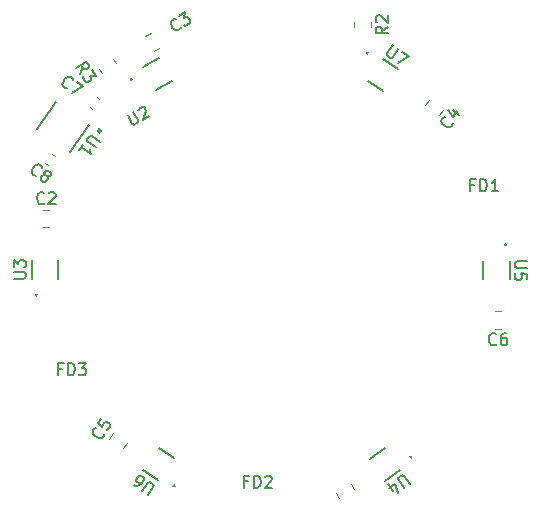
<source format=gbr>
%TF.GenerationSoftware,KiCad,Pcbnew,7.0.10*%
%TF.CreationDate,2024-04-18T21:21:43-07:00*%
%TF.ProjectId,Thermistor Ring,54686572-6d69-4737-946f-722052696e67,rev?*%
%TF.SameCoordinates,Original*%
%TF.FileFunction,Legend,Top*%
%TF.FilePolarity,Positive*%
%FSLAX46Y46*%
G04 Gerber Fmt 4.6, Leading zero omitted, Abs format (unit mm)*
G04 Created by KiCad (PCBNEW 7.0.10) date 2024-04-18 21:21:43*
%MOMM*%
%LPD*%
G01*
G04 APERTURE LIST*
%ADD10C,0.150000*%
%ADD11C,0.120000*%
%ADD12C,0.152400*%
%ADD13C,0.250000*%
G04 APERTURE END LIST*
D10*
X61159869Y-69816317D02*
X61171563Y-69882637D01*
X61171563Y-69882637D02*
X61128631Y-70026972D01*
X61128631Y-70026972D02*
X61074005Y-70104986D01*
X61074005Y-70104986D02*
X60953058Y-70194695D01*
X60953058Y-70194695D02*
X60820417Y-70218083D01*
X60820417Y-70218083D02*
X60715089Y-70202464D01*
X60715089Y-70202464D02*
X60531747Y-70132219D01*
X60531747Y-70132219D02*
X60414726Y-70050279D01*
X60414726Y-70050279D02*
X60286010Y-69902019D01*
X60286010Y-69902019D02*
X60235309Y-69808386D01*
X60235309Y-69808386D02*
X60211920Y-69675745D01*
X60211920Y-69675745D02*
X60254853Y-69531410D01*
X60254853Y-69531410D02*
X60309479Y-69453395D01*
X60309479Y-69453395D02*
X60430426Y-69363687D01*
X60430426Y-69363687D02*
X60496746Y-69351993D01*
X60937682Y-68556229D02*
X60664550Y-68946301D01*
X60664550Y-68946301D02*
X61027309Y-69258440D01*
X61027309Y-69258440D02*
X61015615Y-69192120D01*
X61015615Y-69192120D02*
X61031234Y-69086792D01*
X61031234Y-69086792D02*
X61167800Y-68891756D01*
X61167800Y-68891756D02*
X61261434Y-68841055D01*
X61261434Y-68841055D02*
X61327754Y-68829361D01*
X61327754Y-68829361D02*
X61433082Y-68844980D01*
X61433082Y-68844980D02*
X61628118Y-68981545D01*
X61628118Y-68981545D02*
X61678819Y-69075179D01*
X61678819Y-69075179D02*
X61690513Y-69141499D01*
X61690513Y-69141499D02*
X61674894Y-69246827D01*
X61674894Y-69246827D02*
X61538328Y-69441863D01*
X61538328Y-69441863D02*
X61444695Y-69492565D01*
X61444695Y-69492565D02*
X61378374Y-69504259D01*
X94356720Y-62229313D02*
X94309101Y-62276933D01*
X94309101Y-62276933D02*
X94166244Y-62324552D01*
X94166244Y-62324552D02*
X94071006Y-62324552D01*
X94071006Y-62324552D02*
X93928149Y-62276933D01*
X93928149Y-62276933D02*
X93832911Y-62181694D01*
X93832911Y-62181694D02*
X93785292Y-62086456D01*
X93785292Y-62086456D02*
X93737673Y-61895980D01*
X93737673Y-61895980D02*
X93737673Y-61753123D01*
X93737673Y-61753123D02*
X93785292Y-61562647D01*
X93785292Y-61562647D02*
X93832911Y-61467409D01*
X93832911Y-61467409D02*
X93928149Y-61372171D01*
X93928149Y-61372171D02*
X94071006Y-61324552D01*
X94071006Y-61324552D02*
X94166244Y-61324552D01*
X94166244Y-61324552D02*
X94309101Y-61372171D01*
X94309101Y-61372171D02*
X94356720Y-61419790D01*
X95213863Y-61324552D02*
X95023387Y-61324552D01*
X95023387Y-61324552D02*
X94928149Y-61372171D01*
X94928149Y-61372171D02*
X94880530Y-61419790D01*
X94880530Y-61419790D02*
X94785292Y-61562647D01*
X94785292Y-61562647D02*
X94737673Y-61753123D01*
X94737673Y-61753123D02*
X94737673Y-62134075D01*
X94737673Y-62134075D02*
X94785292Y-62229313D01*
X94785292Y-62229313D02*
X94832911Y-62276933D01*
X94832911Y-62276933D02*
X94928149Y-62324552D01*
X94928149Y-62324552D02*
X95118625Y-62324552D01*
X95118625Y-62324552D02*
X95213863Y-62276933D01*
X95213863Y-62276933D02*
X95261482Y-62229313D01*
X95261482Y-62229313D02*
X95309101Y-62134075D01*
X95309101Y-62134075D02*
X95309101Y-61895980D01*
X95309101Y-61895980D02*
X95261482Y-61800742D01*
X95261482Y-61800742D02*
X95213863Y-61753123D01*
X95213863Y-61753123D02*
X95118625Y-61705504D01*
X95118625Y-61705504D02*
X94928149Y-61705504D01*
X94928149Y-61705504D02*
X94832911Y-61753123D01*
X94832911Y-61753123D02*
X94785292Y-61800742D01*
X94785292Y-61800742D02*
X94737673Y-61895980D01*
X90672597Y-43481911D02*
X90684291Y-43548231D01*
X90684291Y-43548231D02*
X90641359Y-43692566D01*
X90641359Y-43692566D02*
X90586733Y-43770580D01*
X90586733Y-43770580D02*
X90465786Y-43860289D01*
X90465786Y-43860289D02*
X90333145Y-43883677D01*
X90333145Y-43883677D02*
X90227817Y-43868058D01*
X90227817Y-43868058D02*
X90044475Y-43797813D01*
X90044475Y-43797813D02*
X89927454Y-43715873D01*
X89927454Y-43715873D02*
X89798738Y-43567613D01*
X89798738Y-43567613D02*
X89748037Y-43473980D01*
X89748037Y-43473980D02*
X89724648Y-43341339D01*
X89724648Y-43341339D02*
X89767581Y-43197004D01*
X89767581Y-43197004D02*
X89822207Y-43118989D01*
X89822207Y-43118989D02*
X89943154Y-43029281D01*
X89943154Y-43029281D02*
X90009474Y-43017587D01*
X90696147Y-42452022D02*
X91242249Y-42834407D01*
X90247523Y-42428553D02*
X90696066Y-43033287D01*
X90696066Y-43033287D02*
X91051137Y-42526193D01*
X56103227Y-50289565D02*
X56055608Y-50337185D01*
X56055608Y-50337185D02*
X55912751Y-50384804D01*
X55912751Y-50384804D02*
X55817513Y-50384804D01*
X55817513Y-50384804D02*
X55674656Y-50337185D01*
X55674656Y-50337185D02*
X55579418Y-50241946D01*
X55579418Y-50241946D02*
X55531799Y-50146708D01*
X55531799Y-50146708D02*
X55484180Y-49956232D01*
X55484180Y-49956232D02*
X55484180Y-49813375D01*
X55484180Y-49813375D02*
X55531799Y-49622899D01*
X55531799Y-49622899D02*
X55579418Y-49527661D01*
X55579418Y-49527661D02*
X55674656Y-49432423D01*
X55674656Y-49432423D02*
X55817513Y-49384804D01*
X55817513Y-49384804D02*
X55912751Y-49384804D01*
X55912751Y-49384804D02*
X56055608Y-49432423D01*
X56055608Y-49432423D02*
X56103227Y-49480042D01*
X56484180Y-49480042D02*
X56531799Y-49432423D01*
X56531799Y-49432423D02*
X56627037Y-49384804D01*
X56627037Y-49384804D02*
X56865132Y-49384804D01*
X56865132Y-49384804D02*
X56960370Y-49432423D01*
X56960370Y-49432423D02*
X57007989Y-49480042D01*
X57007989Y-49480042D02*
X57055608Y-49575280D01*
X57055608Y-49575280D02*
X57055608Y-49670518D01*
X57055608Y-49670518D02*
X57007989Y-49813375D01*
X57007989Y-49813375D02*
X56436561Y-50384804D01*
X56436561Y-50384804D02*
X57055608Y-50384804D01*
X67658563Y-35414084D02*
X67641133Y-35479133D01*
X67641133Y-35479133D02*
X67541225Y-35591801D01*
X67541225Y-35591801D02*
X67458746Y-35639420D01*
X67458746Y-35639420D02*
X67311219Y-35669609D01*
X67311219Y-35669609D02*
X67181121Y-35634749D01*
X67181121Y-35634749D02*
X67092263Y-35576080D01*
X67092263Y-35576080D02*
X66955785Y-35434933D01*
X66955785Y-35434933D02*
X66884357Y-35311215D01*
X66884357Y-35311215D02*
X66830358Y-35122448D01*
X66830358Y-35122448D02*
X66823978Y-35016160D01*
X66823978Y-35016160D02*
X66858838Y-34886062D01*
X66858838Y-34886062D02*
X66958746Y-34773394D01*
X66958746Y-34773394D02*
X67041225Y-34725775D01*
X67041225Y-34725775D02*
X67188752Y-34695586D01*
X67188752Y-34695586D02*
X67253801Y-34713016D01*
X67494857Y-34463870D02*
X68030968Y-34154347D01*
X68030968Y-34154347D02*
X67932769Y-34650928D01*
X67932769Y-34650928D02*
X68056487Y-34579499D01*
X68056487Y-34579499D02*
X68162775Y-34573119D01*
X68162775Y-34573119D02*
X68227824Y-34590549D01*
X68227824Y-34590549D02*
X68316682Y-34649218D01*
X68316682Y-34649218D02*
X68435730Y-34855415D01*
X68435730Y-34855415D02*
X68442110Y-34961703D01*
X68442110Y-34961703D02*
X68424680Y-35026752D01*
X68424680Y-35026752D02*
X68366011Y-35115610D01*
X68366011Y-35115610D02*
X68118575Y-35258467D01*
X68118575Y-35258467D02*
X68012287Y-35264847D01*
X68012287Y-35264847D02*
X67947238Y-35247417D01*
X85624177Y-36943221D02*
X85159853Y-37606344D01*
X85159853Y-37606344D02*
X85144234Y-37711672D01*
X85144234Y-37711672D02*
X85155928Y-37777992D01*
X85155928Y-37777992D02*
X85206629Y-37871625D01*
X85206629Y-37871625D02*
X85362658Y-37980878D01*
X85362658Y-37980878D02*
X85467986Y-37996497D01*
X85467986Y-37996497D02*
X85534306Y-37984803D01*
X85534306Y-37984803D02*
X85627940Y-37934102D01*
X85627940Y-37934102D02*
X86092263Y-37270979D01*
X86404321Y-37489484D02*
X86950423Y-37871868D01*
X86950423Y-37871868D02*
X86025781Y-38445202D01*
X64870730Y-74994070D02*
X65335054Y-74330947D01*
X65335054Y-74330947D02*
X65350673Y-74225619D01*
X65350673Y-74225619D02*
X65338979Y-74159299D01*
X65338979Y-74159299D02*
X65288278Y-74065666D01*
X65288278Y-74065666D02*
X65132249Y-73956413D01*
X65132249Y-73956413D02*
X65026921Y-73940794D01*
X65026921Y-73940794D02*
X64960601Y-73952488D01*
X64960601Y-73952488D02*
X64866967Y-74003189D01*
X64866967Y-74003189D02*
X64402644Y-74666312D01*
X63661506Y-74147362D02*
X63817535Y-74256615D01*
X63817535Y-74256615D02*
X63922863Y-74272234D01*
X63922863Y-74272234D02*
X63989183Y-74260540D01*
X63989183Y-74260540D02*
X64149137Y-74198144D01*
X64149137Y-74198144D02*
X64297397Y-74069429D01*
X64297397Y-74069429D02*
X64515902Y-73757371D01*
X64515902Y-73757371D02*
X64531521Y-73652043D01*
X64531521Y-73652043D02*
X64519827Y-73585723D01*
X64519827Y-73585723D02*
X64469126Y-73492089D01*
X64469126Y-73492089D02*
X64313097Y-73382836D01*
X64313097Y-73382836D02*
X64207769Y-73367217D01*
X64207769Y-73367217D02*
X64141449Y-73378911D01*
X64141449Y-73378911D02*
X64047815Y-73429613D01*
X64047815Y-73429613D02*
X63911249Y-73624649D01*
X63911249Y-73624649D02*
X63895630Y-73729977D01*
X63895630Y-73729977D02*
X63907324Y-73796297D01*
X63907324Y-73796297D02*
X63958026Y-73889931D01*
X63958026Y-73889931D02*
X64114055Y-73999183D01*
X64114055Y-73999183D02*
X64219382Y-74014802D01*
X64219382Y-74014802D02*
X64285703Y-74003108D01*
X64285703Y-74003108D02*
X64379336Y-73952407D01*
X63149292Y-42869113D02*
X63554054Y-43570182D01*
X63554054Y-43570182D02*
X63642912Y-43628851D01*
X63642912Y-43628851D02*
X63707961Y-43646280D01*
X63707961Y-43646280D02*
X63814249Y-43639901D01*
X63814249Y-43639901D02*
X63979207Y-43544663D01*
X63979207Y-43544663D02*
X64037876Y-43455804D01*
X64037876Y-43455804D02*
X64055305Y-43390755D01*
X64055305Y-43390755D02*
X64048926Y-43284467D01*
X64048926Y-43284467D02*
X63644164Y-42583399D01*
X64062937Y-42451592D02*
X64080366Y-42386543D01*
X64080366Y-42386543D02*
X64139035Y-42297685D01*
X64139035Y-42297685D02*
X64345232Y-42178637D01*
X64345232Y-42178637D02*
X64451520Y-42172257D01*
X64451520Y-42172257D02*
X64516569Y-42189687D01*
X64516569Y-42189687D02*
X64605427Y-42248356D01*
X64605427Y-42248356D02*
X64653046Y-42330835D01*
X64653046Y-42330835D02*
X64683236Y-42478362D01*
X64683236Y-42478362D02*
X64474078Y-43258948D01*
X64474078Y-43258948D02*
X65010189Y-42949424D01*
X96934821Y-55215958D02*
X96125298Y-55215958D01*
X96125298Y-55215958D02*
X96030060Y-55263577D01*
X96030060Y-55263577D02*
X95982441Y-55311196D01*
X95982441Y-55311196D02*
X95934821Y-55406434D01*
X95934821Y-55406434D02*
X95934821Y-55596910D01*
X95934821Y-55596910D02*
X95982441Y-55692148D01*
X95982441Y-55692148D02*
X96030060Y-55739767D01*
X96030060Y-55739767D02*
X96125298Y-55787386D01*
X96125298Y-55787386D02*
X96934821Y-55787386D01*
X96934821Y-56739767D02*
X96934821Y-56263577D01*
X96934821Y-56263577D02*
X96458631Y-56215958D01*
X96458631Y-56215958D02*
X96506250Y-56263577D01*
X96506250Y-56263577D02*
X96553869Y-56358815D01*
X96553869Y-56358815D02*
X96553869Y-56596910D01*
X96553869Y-56596910D02*
X96506250Y-56692148D01*
X96506250Y-56692148D02*
X96458631Y-56739767D01*
X96458631Y-56739767D02*
X96363393Y-56787386D01*
X96363393Y-56787386D02*
X96125298Y-56787386D01*
X96125298Y-56787386D02*
X96030060Y-56739767D01*
X96030060Y-56739767D02*
X95982441Y-56692148D01*
X95982441Y-56692148D02*
X95934821Y-56596910D01*
X95934821Y-56596910D02*
X95934821Y-56358815D01*
X95934821Y-56358815D02*
X95982441Y-56263577D01*
X95982441Y-56263577D02*
X96030060Y-56215958D01*
X53517460Y-56692984D02*
X54326983Y-56692984D01*
X54326983Y-56692984D02*
X54422221Y-56645365D01*
X54422221Y-56645365D02*
X54469841Y-56597746D01*
X54469841Y-56597746D02*
X54517460Y-56502508D01*
X54517460Y-56502508D02*
X54517460Y-56312032D01*
X54517460Y-56312032D02*
X54469841Y-56216794D01*
X54469841Y-56216794D02*
X54422221Y-56169175D01*
X54422221Y-56169175D02*
X54326983Y-56121556D01*
X54326983Y-56121556D02*
X53517460Y-56121556D01*
X53517460Y-55740603D02*
X53517460Y-55121556D01*
X53517460Y-55121556D02*
X53898412Y-55454889D01*
X53898412Y-55454889D02*
X53898412Y-55312032D01*
X53898412Y-55312032D02*
X53946031Y-55216794D01*
X53946031Y-55216794D02*
X53993650Y-55169175D01*
X53993650Y-55169175D02*
X54088888Y-55121556D01*
X54088888Y-55121556D02*
X54326983Y-55121556D01*
X54326983Y-55121556D02*
X54422221Y-55169175D01*
X54422221Y-55169175D02*
X54469841Y-55216794D01*
X54469841Y-55216794D02*
X54517460Y-55312032D01*
X54517460Y-55312032D02*
X54517460Y-55597746D01*
X54517460Y-55597746D02*
X54469841Y-55692984D01*
X54469841Y-55692984D02*
X54422221Y-55740603D01*
X87024804Y-74076961D02*
X86560481Y-73413838D01*
X86560481Y-73413838D02*
X86466847Y-73363137D01*
X86466847Y-73363137D02*
X86400527Y-73351442D01*
X86400527Y-73351442D02*
X86295199Y-73367062D01*
X86295199Y-73367062D02*
X86139170Y-73476314D01*
X86139170Y-73476314D02*
X86088469Y-73569948D01*
X86088469Y-73569948D02*
X86076775Y-73636268D01*
X86076775Y-73636268D02*
X86092394Y-73741596D01*
X86092394Y-73741596D02*
X86556717Y-74404719D01*
X85624388Y-74650618D02*
X85242003Y-74104517D01*
X86037929Y-74826110D02*
X85823268Y-74104436D01*
X85823268Y-74104436D02*
X85316174Y-74459507D01*
X92490672Y-48756867D02*
X92157339Y-48756867D01*
X92157339Y-49280677D02*
X92157339Y-48280677D01*
X92157339Y-48280677D02*
X92633529Y-48280677D01*
X93014482Y-49280677D02*
X93014482Y-48280677D01*
X93014482Y-48280677D02*
X93252577Y-48280677D01*
X93252577Y-48280677D02*
X93395434Y-48328296D01*
X93395434Y-48328296D02*
X93490672Y-48423534D01*
X93490672Y-48423534D02*
X93538291Y-48518772D01*
X93538291Y-48518772D02*
X93585910Y-48709248D01*
X93585910Y-48709248D02*
X93585910Y-48852105D01*
X93585910Y-48852105D02*
X93538291Y-49042581D01*
X93538291Y-49042581D02*
X93490672Y-49137819D01*
X93490672Y-49137819D02*
X93395434Y-49233058D01*
X93395434Y-49233058D02*
X93252577Y-49280677D01*
X93252577Y-49280677D02*
X93014482Y-49280677D01*
X94538291Y-49280677D02*
X93966863Y-49280677D01*
X94252577Y-49280677D02*
X94252577Y-48280677D01*
X94252577Y-48280677D02*
X94157339Y-48423534D01*
X94157339Y-48423534D02*
X94062101Y-48518772D01*
X94062101Y-48518772D02*
X93966863Y-48566391D01*
X55440018Y-47976895D02*
X55373698Y-47988589D01*
X55373698Y-47988589D02*
X55229363Y-47945657D01*
X55229363Y-47945657D02*
X55151349Y-47891031D01*
X55151349Y-47891031D02*
X55061640Y-47770084D01*
X55061640Y-47770084D02*
X55038252Y-47637443D01*
X55038252Y-47637443D02*
X55053871Y-47532115D01*
X55053871Y-47532115D02*
X55124116Y-47348773D01*
X55124116Y-47348773D02*
X55206056Y-47231752D01*
X55206056Y-47231752D02*
X55354316Y-47103036D01*
X55354316Y-47103036D02*
X55447949Y-47052335D01*
X55447949Y-47052335D02*
X55580590Y-47028946D01*
X55580590Y-47028946D02*
X55724925Y-47071879D01*
X55724925Y-47071879D02*
X55802940Y-47126505D01*
X55802940Y-47126505D02*
X55892648Y-47247452D01*
X55892648Y-47247452D02*
X55904342Y-47313772D01*
X56181237Y-47914581D02*
X56130536Y-47820947D01*
X56130536Y-47820947D02*
X56118842Y-47754627D01*
X56118842Y-47754627D02*
X56134461Y-47649299D01*
X56134461Y-47649299D02*
X56161774Y-47610292D01*
X56161774Y-47610292D02*
X56255407Y-47559591D01*
X56255407Y-47559591D02*
X56321728Y-47547896D01*
X56321728Y-47547896D02*
X56427055Y-47563516D01*
X56427055Y-47563516D02*
X56583084Y-47672768D01*
X56583084Y-47672768D02*
X56633786Y-47766402D01*
X56633786Y-47766402D02*
X56645480Y-47832722D01*
X56645480Y-47832722D02*
X56629861Y-47938050D01*
X56629861Y-47938050D02*
X56602547Y-47977057D01*
X56602547Y-47977057D02*
X56508914Y-48027758D01*
X56508914Y-48027758D02*
X56442594Y-48039452D01*
X56442594Y-48039452D02*
X56337266Y-48023833D01*
X56337266Y-48023833D02*
X56181237Y-47914581D01*
X56181237Y-47914581D02*
X56075909Y-47898962D01*
X56075909Y-47898962D02*
X56009589Y-47910656D01*
X56009589Y-47910656D02*
X55915955Y-47961357D01*
X55915955Y-47961357D02*
X55806703Y-48117386D01*
X55806703Y-48117386D02*
X55791084Y-48222714D01*
X55791084Y-48222714D02*
X55802778Y-48289034D01*
X55802778Y-48289034D02*
X55853479Y-48382668D01*
X55853479Y-48382668D02*
X56009508Y-48491920D01*
X56009508Y-48491920D02*
X56114836Y-48507539D01*
X56114836Y-48507539D02*
X56181156Y-48495845D01*
X56181156Y-48495845D02*
X56274790Y-48445144D01*
X56274790Y-48445144D02*
X56384042Y-48289115D01*
X56384042Y-48289115D02*
X56399661Y-48183787D01*
X56399661Y-48183787D02*
X56387967Y-48117467D01*
X56387967Y-48117467D02*
X56337266Y-48023833D01*
X57590671Y-64336867D02*
X57257338Y-64336867D01*
X57257338Y-64860677D02*
X57257338Y-63860677D01*
X57257338Y-63860677D02*
X57733528Y-63860677D01*
X58114481Y-64860677D02*
X58114481Y-63860677D01*
X58114481Y-63860677D02*
X58352576Y-63860677D01*
X58352576Y-63860677D02*
X58495433Y-63908296D01*
X58495433Y-63908296D02*
X58590671Y-64003534D01*
X58590671Y-64003534D02*
X58638290Y-64098772D01*
X58638290Y-64098772D02*
X58685909Y-64289248D01*
X58685909Y-64289248D02*
X58685909Y-64432105D01*
X58685909Y-64432105D02*
X58638290Y-64622581D01*
X58638290Y-64622581D02*
X58590671Y-64717819D01*
X58590671Y-64717819D02*
X58495433Y-64813058D01*
X58495433Y-64813058D02*
X58352576Y-64860677D01*
X58352576Y-64860677D02*
X58114481Y-64860677D01*
X59019243Y-63860677D02*
X59638290Y-63860677D01*
X59638290Y-63860677D02*
X59304957Y-64241629D01*
X59304957Y-64241629D02*
X59447814Y-64241629D01*
X59447814Y-64241629D02*
X59543052Y-64289248D01*
X59543052Y-64289248D02*
X59590671Y-64336867D01*
X59590671Y-64336867D02*
X59638290Y-64432105D01*
X59638290Y-64432105D02*
X59638290Y-64670200D01*
X59638290Y-64670200D02*
X59590671Y-64765438D01*
X59590671Y-64765438D02*
X59543052Y-64813058D01*
X59543052Y-64813058D02*
X59447814Y-64860677D01*
X59447814Y-64860677D02*
X59162100Y-64860677D01*
X59162100Y-64860677D02*
X59066862Y-64813058D01*
X59066862Y-64813058D02*
X59019243Y-64765438D01*
X58045054Y-40561802D02*
X57978734Y-40573496D01*
X57978734Y-40573496D02*
X57834399Y-40530564D01*
X57834399Y-40530564D02*
X57756385Y-40475938D01*
X57756385Y-40475938D02*
X57666676Y-40354991D01*
X57666676Y-40354991D02*
X57643288Y-40222350D01*
X57643288Y-40222350D02*
X57658907Y-40117022D01*
X57658907Y-40117022D02*
X57729152Y-39933680D01*
X57729152Y-39933680D02*
X57811092Y-39816659D01*
X57811092Y-39816659D02*
X57959352Y-39687943D01*
X57959352Y-39687943D02*
X58052985Y-39637242D01*
X58052985Y-39637242D02*
X58185626Y-39613853D01*
X58185626Y-39613853D02*
X58329961Y-39656786D01*
X58329961Y-39656786D02*
X58407976Y-39711412D01*
X58407976Y-39711412D02*
X58497684Y-39832359D01*
X58497684Y-39832359D02*
X58509378Y-39898679D01*
X58837055Y-40011857D02*
X59383157Y-40394241D01*
X59383157Y-40394241D02*
X58458515Y-40967575D01*
X60798070Y-45095903D02*
X60134947Y-44631579D01*
X60134947Y-44631579D02*
X60029619Y-44615960D01*
X60029619Y-44615960D02*
X59963299Y-44627654D01*
X59963299Y-44627654D02*
X59869666Y-44678355D01*
X59869666Y-44678355D02*
X59760413Y-44834384D01*
X59760413Y-44834384D02*
X59744794Y-44939712D01*
X59744794Y-44939712D02*
X59756488Y-45006032D01*
X59756488Y-45006032D02*
X59807189Y-45099666D01*
X59807189Y-45099666D02*
X60470312Y-45563989D01*
X59077584Y-45809565D02*
X59405342Y-45341478D01*
X59241463Y-45575522D02*
X60060615Y-46149098D01*
X60060615Y-46149098D02*
X59998219Y-45989144D01*
X59998219Y-45989144D02*
X59974831Y-45856503D01*
X59974831Y-45856503D02*
X59990450Y-45751176D01*
X59139338Y-39352381D02*
X59338218Y-38806199D01*
X58811580Y-38884294D02*
X59630732Y-38310718D01*
X59630732Y-38310718D02*
X59849237Y-38622776D01*
X59849237Y-38622776D02*
X59864856Y-38728103D01*
X59864856Y-38728103D02*
X59853162Y-38794424D01*
X59853162Y-38794424D02*
X59802461Y-38888057D01*
X59802461Y-38888057D02*
X59685439Y-38969997D01*
X59685439Y-38969997D02*
X59580111Y-38985616D01*
X59580111Y-38985616D02*
X59513791Y-38973922D01*
X59513791Y-38973922D02*
X59420157Y-38923220D01*
X59420157Y-38923220D02*
X59201652Y-38611163D01*
X60149682Y-39051855D02*
X60504753Y-39558949D01*
X60504753Y-39558949D02*
X60001503Y-39504404D01*
X60001503Y-39504404D02*
X60083442Y-39621426D01*
X60083442Y-39621426D02*
X60099062Y-39726753D01*
X60099062Y-39726753D02*
X60087367Y-39793074D01*
X60087367Y-39793074D02*
X60036666Y-39886707D01*
X60036666Y-39886707D02*
X59841630Y-40023273D01*
X59841630Y-40023273D02*
X59736302Y-40038892D01*
X59736302Y-40038892D02*
X59669982Y-40027198D01*
X59669982Y-40027198D02*
X59576348Y-39976497D01*
X59576348Y-39976497D02*
X59412469Y-39742453D01*
X59412469Y-39742453D02*
X59396850Y-39637126D01*
X59396850Y-39637126D02*
X59408544Y-39570805D01*
X85175006Y-35358161D02*
X84698815Y-35691494D01*
X85175006Y-35929589D02*
X84175006Y-35929589D01*
X84175006Y-35929589D02*
X84175006Y-35548637D01*
X84175006Y-35548637D02*
X84222625Y-35453399D01*
X84222625Y-35453399D02*
X84270244Y-35405780D01*
X84270244Y-35405780D02*
X84365482Y-35358161D01*
X84365482Y-35358161D02*
X84508339Y-35358161D01*
X84508339Y-35358161D02*
X84603577Y-35405780D01*
X84603577Y-35405780D02*
X84651196Y-35453399D01*
X84651196Y-35453399D02*
X84698815Y-35548637D01*
X84698815Y-35548637D02*
X84698815Y-35929589D01*
X84270244Y-34977208D02*
X84222625Y-34929589D01*
X84222625Y-34929589D02*
X84175006Y-34834351D01*
X84175006Y-34834351D02*
X84175006Y-34596256D01*
X84175006Y-34596256D02*
X84222625Y-34501018D01*
X84222625Y-34501018D02*
X84270244Y-34453399D01*
X84270244Y-34453399D02*
X84365482Y-34405780D01*
X84365482Y-34405780D02*
X84460720Y-34405780D01*
X84460720Y-34405780D02*
X84603577Y-34453399D01*
X84603577Y-34453399D02*
X85175006Y-35024827D01*
X85175006Y-35024827D02*
X85175006Y-34405780D01*
X73330674Y-73866865D02*
X72997341Y-73866865D01*
X72997341Y-74390675D02*
X72997341Y-73390675D01*
X72997341Y-73390675D02*
X73473531Y-73390675D01*
X73854484Y-74390675D02*
X73854484Y-73390675D01*
X73854484Y-73390675D02*
X74092579Y-73390675D01*
X74092579Y-73390675D02*
X74235436Y-73438294D01*
X74235436Y-73438294D02*
X74330674Y-73533532D01*
X74330674Y-73533532D02*
X74378293Y-73628770D01*
X74378293Y-73628770D02*
X74425912Y-73819246D01*
X74425912Y-73819246D02*
X74425912Y-73962103D01*
X74425912Y-73962103D02*
X74378293Y-74152579D01*
X74378293Y-74152579D02*
X74330674Y-74247817D01*
X74330674Y-74247817D02*
X74235436Y-74343056D01*
X74235436Y-74343056D02*
X74092579Y-74390675D01*
X74092579Y-74390675D02*
X73854484Y-74390675D01*
X74806865Y-73485913D02*
X74854484Y-73438294D01*
X74854484Y-73438294D02*
X74949722Y-73390675D01*
X74949722Y-73390675D02*
X75187817Y-73390675D01*
X75187817Y-73390675D02*
X75283055Y-73438294D01*
X75283055Y-73438294D02*
X75330674Y-73485913D01*
X75330674Y-73485913D02*
X75378293Y-73581151D01*
X75378293Y-73581151D02*
X75378293Y-73676389D01*
X75378293Y-73676389D02*
X75330674Y-73819246D01*
X75330674Y-73819246D02*
X74759246Y-74390675D01*
X74759246Y-74390675D02*
X75378293Y-74390675D01*
D11*
%TO.C,C5*%
X61585164Y-70229579D02*
X61884860Y-69801569D01*
X62789318Y-71072737D02*
X63089014Y-70644727D01*
%TO.C,C6*%
X94784639Y-60924733D02*
X94262135Y-60924733D01*
X94784639Y-59454733D02*
X94262135Y-59454733D01*
%TO.C,C4*%
X89849392Y-42383105D02*
X89549696Y-42811115D01*
X88645238Y-41539947D02*
X88345542Y-41967957D01*
%TO.C,C2*%
X56008642Y-50874985D02*
X56531146Y-50874985D01*
X56008642Y-52344985D02*
X56531146Y-52344985D01*
%TO.C,C3*%
X65846953Y-37180770D02*
X65394451Y-37442022D01*
X65111953Y-35907712D02*
X64659451Y-36168964D01*
%TO.C,C1*%
X81056729Y-75274299D02*
X80795477Y-74821797D01*
X82329787Y-74539299D02*
X82068535Y-74086797D01*
D12*
%TO.C,U7*%
X83511142Y-37565041D02*
G75*
G03*
X83426449Y-37685996I-57795J-49660D01*
G01*
X86071456Y-38983660D02*
X84802044Y-38094808D01*
X83505418Y-39946584D02*
X84774830Y-40835436D01*
%TO.C,U6*%
X67041124Y-74290336D02*
G75*
G03*
X67125817Y-74169381I57795J49660D01*
G01*
X64480810Y-72871717D02*
X65750222Y-73760569D01*
X67046848Y-71908793D02*
X65777436Y-71019941D01*
%TO.C,U2*%
X63441127Y-39723057D02*
G75*
G03*
X63514956Y-39850933I20581J-73368D01*
G01*
X65808868Y-38002159D02*
X64466818Y-38776992D01*
X65597118Y-40734729D02*
X66939168Y-39959896D01*
%TO.C,U5*%
X95213469Y-53841723D02*
G75*
G03*
X95065813Y-53841723I-73828J18860D01*
G01*
X95519941Y-56752696D02*
X95519941Y-55203030D01*
X93259341Y-55203030D02*
X93259341Y-56752696D01*
%TO.C,U3*%
X55338813Y-58067220D02*
G75*
G03*
X55486469Y-58067220I73828J-18860D01*
G01*
X55032341Y-55156247D02*
X55032341Y-56705913D01*
X57292941Y-56705913D02*
X57292941Y-55156247D01*
%TO.C,U4*%
X87163185Y-71878684D02*
G75*
G03*
X87078492Y-71757729I-26897J71295D01*
G01*
X84954440Y-73799396D02*
X86223852Y-72910544D01*
X84927226Y-71058768D02*
X83657814Y-71947620D01*
D11*
%TO.C,C8*%
X56425637Y-47104954D02*
X56195325Y-46943687D01*
X57010685Y-46269419D02*
X56780373Y-46108152D01*
%TO.C,C7*%
X60176101Y-42349477D02*
X59945789Y-42188210D01*
X60761149Y-41513942D02*
X60530837Y-41352675D01*
D10*
%TO.C,U1*%
X59898328Y-43686927D02*
X58292314Y-45980552D01*
X57113212Y-41736768D02*
X55507198Y-44030393D01*
D13*
X60899839Y-44178588D02*
G75*
G03*
X60649837Y-44178588I-125001J0D01*
G01*
X60649837Y-44178588D02*
G75*
G03*
X60899839Y-44178588I125001J0D01*
G01*
D11*
%TO.C,R3*%
X61933297Y-38058419D02*
X62193774Y-38430419D01*
X60729144Y-38901577D02*
X60989621Y-39273577D01*
%TO.C,R2*%
X83805187Y-34964431D02*
X83805187Y-35418559D01*
X82335187Y-34964431D02*
X82335187Y-35418559D01*
%TD*%
M02*

</source>
